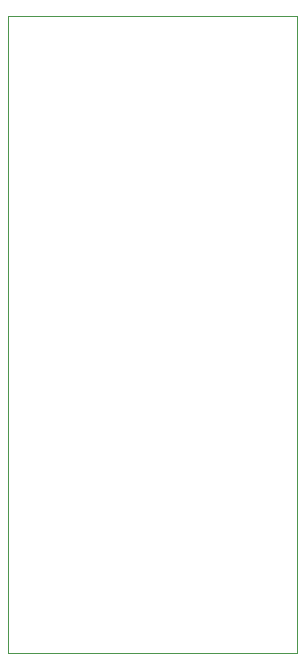
<source format=gbr>
%TF.GenerationSoftware,KiCad,Pcbnew,7.0.11-7.0.11~ubuntu22.04.1*%
%TF.CreationDate,2024-11-24T08:43:31+00:00*%
%TF.ProjectId,PicoController,5069636f-436f-46e7-9472-6f6c6c65722e,rev?*%
%TF.SameCoordinates,Original*%
%TF.FileFunction,Profile,NP*%
%FSLAX46Y46*%
G04 Gerber Fmt 4.6, Leading zero omitted, Abs format (unit mm)*
G04 Created by KiCad (PCBNEW 7.0.11-7.0.11~ubuntu22.04.1) date 2024-11-24 08:43:31*
%MOMM*%
%LPD*%
G01*
G04 APERTURE LIST*
%TA.AperFunction,Profile*%
%ADD10C,0.050000*%
%TD*%
G04 APERTURE END LIST*
D10*
X126746000Y-63804800D02*
X151282400Y-63804800D01*
X151282400Y-117703600D01*
X126746000Y-117703600D01*
X126746000Y-63804800D01*
M02*

</source>
